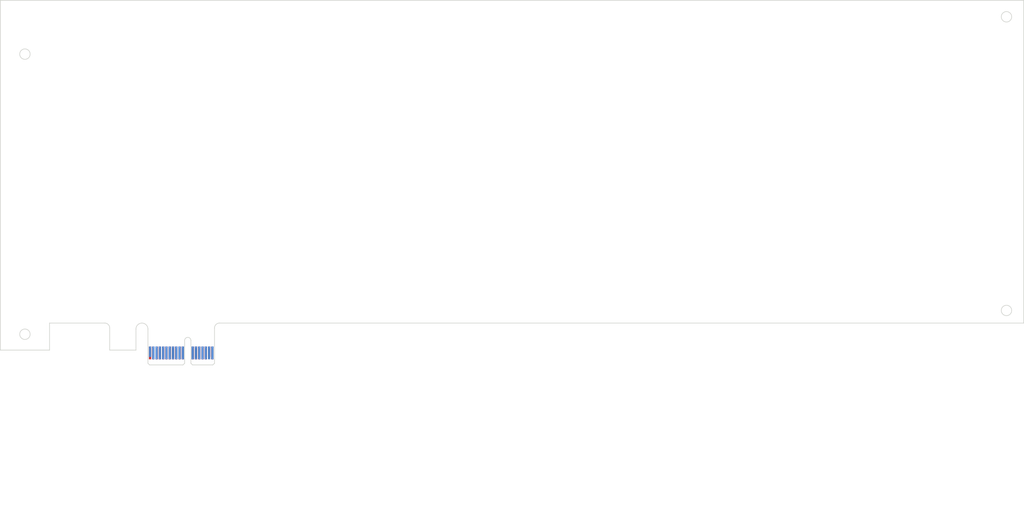
<source format=kicad_pcb>
(kicad_pcb (version 20211014) (generator pcbnew)
  (layers (0 "F.Cu" signal) (31 "B.Cu" signal) (34 "B.Paste" user) (35 "F.Paste" user) (36 "B.SilkS" user "B.Silkscreen") (37 "F.SilkS" user "F.Silkscreen") (38 "B.Mask" user) (39 "F.Mask" user) (44 "Edge.Cuts" user))
  (net 0 "")
  (net 1 "/~{PRSNT}")
  (net 2 "/+12V")
  (net 3 "GND")
  (net 4 "/JTAG_TCK")
  (net 5 "/JTAG_TDI")
  (net 6 "/JTAG_TDO")
  (net 7 "/JTAG_TMS")
  (net 8 "/+3V3")
  (net 9 "/~{PERST}")
  (net 10 "/RefClk_P")
  (net 11 "/RefClk_N")
  (net 12 "/PER0_P")
  (net 13 "/PER0_N")
  (net 14 "/SMCLK")
  (net 15 "/SMDAT")
  (net 17 "/+3V3_aux")
  (net 18 "/~{Wake}")
  (net 19 "/~{CLKREQ}")
  (net 20 "/PET0_P")
  (net 21 "/PET0_N")
  (footprint "Connector_PCIe:PCIe_x1_GoldFinger" (layer "B.Cu") (at 109.65 198.91 180)
    (fp_text reference "P1" hide)
    (fp_text value "PCIe_x1_Goldfinger")
    (pad "A1" smd rect locked (at 11.5 2.355 180) (size 0.7 3.2) (layers "B.Cu" "B.Mask") (net 1 "/~{PRSNT}"))
    (pad "A2" smd rect locked (at 10.5 2 180) (size 0.7 3.91) (layers "B.Cu" "B.Mask") (net 2 "/+12V"))
    (pad "A3" smd rect locked (at 9.5 2 180) (size 0.7 3.91) (layers "B.Cu" "B.Mask") (net 2 "/+12V"))
    (pad "A4" smd rect locked (at 8.5 2 180) (size 0.7 3.91) (layers "B.Cu" "B.Mask") (net 3 "GND"))
    (pad "A5" smd rect locked (at 7.5 2 180) (size 0.7 3.91) (layers "B.Cu" "B.Mask") (net 4 "/JTAG_TCK"))
    (pad "A6" smd rect locked (at 6.5 2 180) (size 0.7 3.91) (layers "B.Cu" "B.Mask") (net 5 "/JTAG_TDI"))
    (pad "A7" smd rect locked (at 5.5 2 180) (size 0.7 3.91) (layers "B.Cu" "B.Mask") (net 6 "/JTAG_TDO"))
    (pad "A8" smd rect locked (at 4.5 2 180) (size 0.7 3.91) (layers "B.Cu" "B.Mask") (net 7 "/JTAG_TMS"))
    (pad "A9" smd rect locked (at 3.5 2 180) (size 0.7 3.91) (layers "B.Cu" "B.Mask") (net 8 "/+3V3"))
    (pad "A10" smd rect locked (at 2.5 2 180) (size 0.7 3.91) (layers "B.Cu" "B.Mask") (net 8 "/+3V3"))
    (pad "A11" smd rect locked (at 1.5 2 180) (size 0.7 3.91) (layers "B.Cu" "B.Mask") (net 9 "/~{PERST}"))
    (pad "A12" smd rect locked (at -1.5 2 180) (size 0.7 3.91) (layers "B.Cu" "B.Mask") (net 3 "GND"))
    (pad "A13" smd rect locked (at -2.5 2 180) (size 0.7 3.91) (layers "B.Cu" "B.Mask") (net 10 "/RefClk_P"))
    (pad "A14" smd rect locked (at -3.5 2 180) (size 0.7 3.91) (layers "B.Cu" "B.Mask") (net 11 "/RefClk_N"))
    (pad "A15" smd rect locked (at -4.5 2 180) (size 0.7 3.91) (layers "B.Cu" "B.Mask") (net 3 "GND"))
    (pad "A16" smd rect locked (at -5.5 2 180) (size 0.7 3.91) (layers "B.Cu" "B.Mask") (net 12 "/PER0_P"))
    (pad "A17" smd rect locked (at -6.5 2 180) (size 0.7 3.91) (layers "B.Cu" "B.Mask") (net 13 "/PER0_N"))
    (pad "A18" smd rect locked (at -7.5 2 180) (size 0.7 3.91) (layers "B.Cu" "B.Mask") (net 3 "GND"))
    (pad "B1" smd rect locked (at 11.5 2 180) (size 0.7 3.91) (layers "F.Cu" "F.Mask") (net 2 "/+12V"))
    (pad "B2" smd rect locked (at 10.5 2 180) (size 0.7 3.91) (layers "F.Cu" "F.Mask") (net 2 "/+12V"))
    (pad "B3" smd rect locked (at 9.5 2 180) (size 0.7 3.91) (layers "F.Cu" "F.Mask") (net 2 "/+12V"))
    (pad "B4" smd rect locked (at 8.5 2 180) (size 0.7 3.91) (layers "F.Cu" "F.Mask") (net 3 "GND"))
    (pad "B5" smd rect locked (at 7.5 2 180) (size 0.7 3.91) (layers "F.Cu" "F.Mask") (net 14 "/SMCLK"))
    (pad "B6" smd rect locked (at 6.5 2 180) (size 0.7 3.91) (layers "F.Cu" "F.Mask") (net 15 "/SMDAT"))
    (pad "B7" smd rect locked (at 5.5 2 180) (size 0.7 3.91) (layers "F.Cu" "F.Mask") (net 3 "GND"))
    (pad "B8" smd rect locked (at 4.5 2 180) (size 0.7 3.91) (layers "F.Cu" "F.Mask") (net 8 "/+3V3"))
    (pad "B9" smd rect locked (at 3.5 2 180) (size 0.7 3.91) (layers "F.Cu" "F.Mask"))
    (pad "B10" smd rect locked (at 2.5 2 180) (size 0.7 3.91) (layers "F.Cu" "F.Mask") (net 17 "/+3V3_aux"))
    (pad "B11" smd rect locked (at 1.5 2 180) (size 0.7 3.91) (layers "F.Cu" "F.Mask") (net 18 "/~{Wake}"))
    (pad "B12" smd rect locked (at -1.5 2 180) (size 0.7 3.91) (layers "F.Cu" "F.Mask") (net 19 "/~{CLKREQ}"))
    (pad "B13" smd rect locked (at -2.5 2 180) (size 0.7 3.91) (layers "F.Cu" "F.Mask") (net 3 "GND"))
    (pad "B14" smd rect locked (at -3.5 2 180) (size 0.7 3.91) (layers "F.Cu" "F.Mask") (net 20 "/PET0_P"))
    (pad "B15" smd rect locked (at -4.5 2 180) (size 0.7 3.91) (layers "F.Cu" "F.Mask") (net 21 "/PET0_N"))
    (pad "B16" smd rect locked (at -5.5 2 180) (size 0.7 3.91) (layers "F.Cu" "F.Mask") (net 3 "GND"))
    (pad "B17" smd rect locked (at -6.5 2.355 180) (size 0.7 3.2) (layers "F.Cu" "F.Mask") (net 1 "/~{PRSNT}"))
    (pad "B18" smd rect locked (at -7.5 2 180) (size 0.7 3.91) (layers "F.Cu" "F.Mask") (net 3 "GND"))
  )
  (gr_circle locked (center 359.25 183.975) (end 360.84 183.975) (layer "Edge.Cuts") (width 0.2) (fill none))
  (gr_circle locked (center 60 105.825) (end 61.59 105.825) (layer "Edge.Cuts") (width 0.2) (fill none))
  (gr_line locked (start 85.85 189.325) (end 85.85 196.075) (layer "Edge.Cuts") (width 0.2))
  (gr_line locked (start 67.5 187.825) (end 67.5 196.075) (layer "Edge.Cuts") (width 0.2))
  (gr_line locked (start 52.5 89.425) (end 52.5 196.075) (layer "Edge.Cuts") (width 0.2))
  (gr_line locked (start 108.7 200.075) (end 108.7 193.125) (layer "Edge.Cuts") (width 0.2))
  (gr_line locked (start 67.5 196.075) (end 52.5 196.075) (layer "Edge.Cuts") (width 0.2))
  (gr_circle locked (center 60 191.225) (end 61.59 191.225) (layer "Edge.Cuts") (width 0.2) (fill none))
  (gr_line locked (start 97.5 200.075) (end 98 200.575) (layer "Edge.Cuts") (width 0.2))
  (gr_line locked (start 117.3 200.575) (end 117.8 200.075) (layer "Edge.Cuts") (width 0.2))
  (gr_line locked (start 67.5 187.825) (end 84.35 187.825) (layer "Edge.Cuts") (width 0.2))
  (gr_arc locked (start 84.35 187.825) (mid 85.41066 188.26434) (end 85.85 189.325) (layer "Edge.Cuts") (width 0.2))
  (gr_line locked (start 93.85 196.075) (end 93.85 189.65) (layer "Edge.Cuts") (width 0.2))
  (gr_arc locked (start 108.7 193.125) (mid 109.65 192.175) (end 110.6 193.125) (layer "Edge.Cuts") (width 0.2))
  (gr_arc locked (start 117.8 189.325) (mid 118.23934 188.26434) (end 119.3 187.825) (layer "Edge.Cuts") (width 0.2))
  (gr_line locked (start 117.8 200.075) (end 117.8 189.325) (layer "Edge.Cuts") (width 0.2))
  (gr_line locked (start 119.3 187.825) (end 364.5 187.825) (layer "Edge.Cuts") (width 0.2))
  (gr_arc locked (start 93.85 189.65) (mid 95.675 187.825) (end 97.5 189.65) (layer "Edge.Cuts") (width 0.2))
  (gr_line locked (start 98 200.575) (end 108.2 200.575) (layer "Edge.Cuts") (width 0.2))
  (gr_line locked (start 364.5 89.425) (end 52.5 89.425) (layer "Edge.Cuts") (width 0.2))
  (gr_line locked (start 110.6 200.075) (end 110.6 193.125) (layer "Edge.Cuts") (width 0.2))
  (gr_line locked (start 85.85 196.075) (end 93.85 196.075) (layer "Edge.Cuts") (width 0.2))
  (gr_line locked (start 108.2 200.575) (end 108.7 200.075) (layer "Edge.Cuts") (width 0.2))
  (gr_line locked (start 364.5 187.825) (end 364.5 89.425) (layer "Edge.Cuts") (width 0.2))
  (gr_line locked (start 110.6 200.075) (end 111.1 200.575) (layer "Edge.Cuts") (width 0.2))
  (gr_circle locked (center 359.25 94.445) (end 360.84 94.445) (layer "Edge.Cuts") (width 0.2) (fill none))
  (gr_line locked (start 97.5 189.65) (end 97.5 200.075) (layer "Edge.Cuts") (width 0.2))
  (gr_line locked (start 111.1 200.575) (end 117.3 200.575) (layer "Edge.Cuts") (width 0.2))
)
</source>
